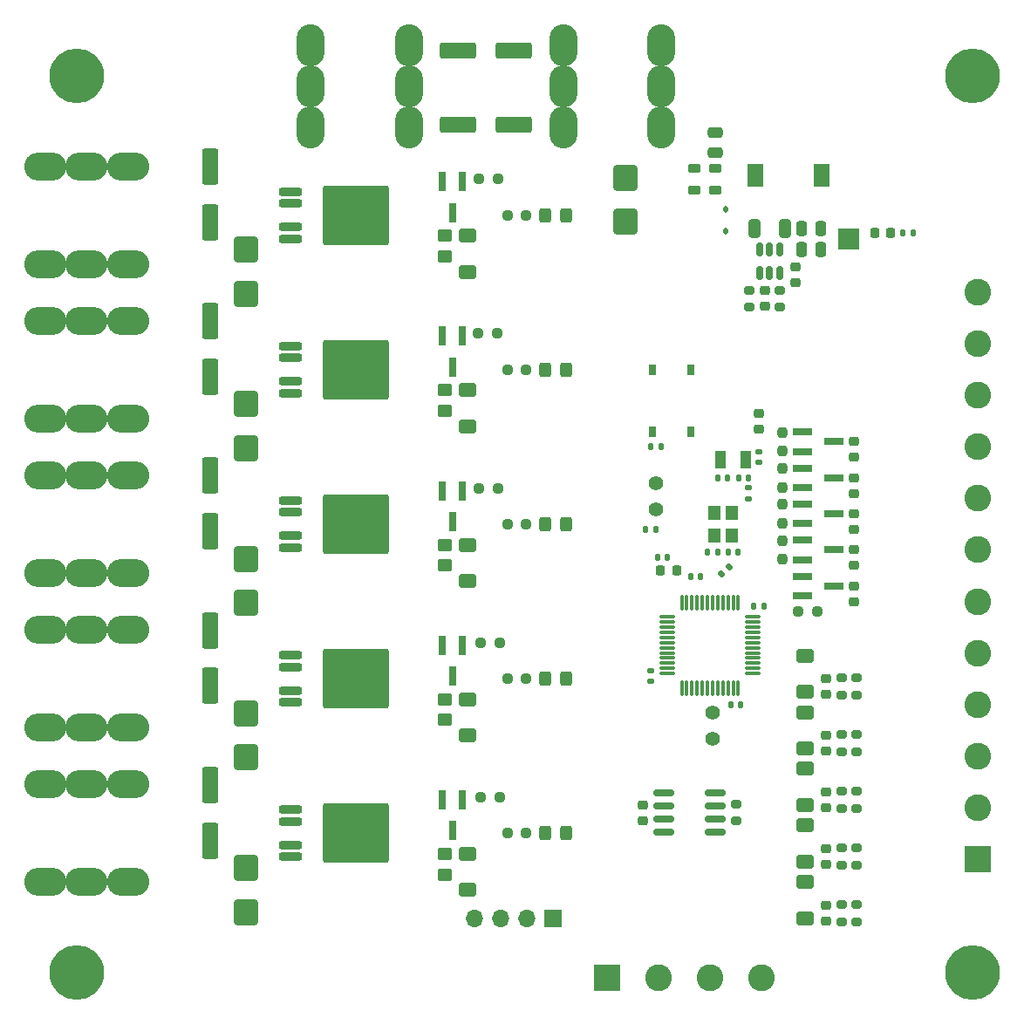
<source format=gbr>
%TF.GenerationSoftware,KiCad,Pcbnew,7.0.5-0*%
%TF.CreationDate,2023-07-18T00:38:14+02:00*%
%TF.ProjectId,buslight,6275736c-6967-4687-942e-6b696361645f,rev?*%
%TF.SameCoordinates,Original*%
%TF.FileFunction,Soldermask,Top*%
%TF.FilePolarity,Negative*%
%FSLAX46Y46*%
G04 Gerber Fmt 4.6, Leading zero omitted, Abs format (unit mm)*
G04 Created by KiCad (PCBNEW 7.0.5-0) date 2023-07-18 00:38:14*
%MOMM*%
%LPD*%
G01*
G04 APERTURE LIST*
G04 Aperture macros list*
%AMRoundRect*
0 Rectangle with rounded corners*
0 $1 Rounding radius*
0 $2 $3 $4 $5 $6 $7 $8 $9 X,Y pos of 4 corners*
0 Add a 4 corners polygon primitive as box body*
4,1,4,$2,$3,$4,$5,$6,$7,$8,$9,$2,$3,0*
0 Add four circle primitives for the rounded corners*
1,1,$1+$1,$2,$3*
1,1,$1+$1,$4,$5*
1,1,$1+$1,$6,$7*
1,1,$1+$1,$8,$9*
0 Add four rect primitives between the rounded corners*
20,1,$1+$1,$2,$3,$4,$5,0*
20,1,$1+$1,$4,$5,$6,$7,0*
20,1,$1+$1,$6,$7,$8,$9,0*
20,1,$1+$1,$8,$9,$2,$3,0*%
G04 Aperture macros list end*
%ADD10RoundRect,0.200000X0.275000X-0.200000X0.275000X0.200000X-0.275000X0.200000X-0.275000X-0.200000X0*%
%ADD11RoundRect,0.250000X0.600000X-0.400000X0.600000X0.400000X-0.600000X0.400000X-0.600000X-0.400000X0*%
%ADD12R,1.500000X2.200000*%
%ADD13R,1.900000X0.800000*%
%ADD14RoundRect,0.250000X-0.450000X0.350000X-0.450000X-0.350000X0.450000X-0.350000X0.450000X0.350000X0*%
%ADD15RoundRect,0.250000X-0.325000X-0.450000X0.325000X-0.450000X0.325000X0.450000X-0.325000X0.450000X0*%
%ADD16RoundRect,0.250000X-0.600000X0.400000X-0.600000X-0.400000X0.600000X-0.400000X0.600000X0.400000X0*%
%ADD17RoundRect,0.250000X0.550000X-1.500000X0.550000X1.500000X-0.550000X1.500000X-0.550000X-1.500000X0*%
%ADD18R,2.600000X2.600000*%
%ADD19C,2.600000*%
%ADD20RoundRect,0.075000X-0.075000X0.662500X-0.075000X-0.662500X0.075000X-0.662500X0.075000X0.662500X0*%
%ADD21RoundRect,0.075000X-0.662500X0.075000X-0.662500X-0.075000X0.662500X-0.075000X0.662500X0.075000X0*%
%ADD22RoundRect,0.250000X-1.500000X-0.550000X1.500000X-0.550000X1.500000X0.550000X-1.500000X0.550000X0*%
%ADD23RoundRect,0.135000X-0.135000X-0.185000X0.135000X-0.185000X0.135000X0.185000X-0.135000X0.185000X0*%
%ADD24C,5.300000*%
%ADD25RoundRect,0.135000X-0.035355X0.226274X-0.226274X0.035355X0.035355X-0.226274X0.226274X-0.035355X0*%
%ADD26RoundRect,0.225000X0.250000X-0.225000X0.250000X0.225000X-0.250000X0.225000X-0.250000X-0.225000X0*%
%ADD27R,1.200000X1.400000*%
%ADD28R,2.000000X2.000000*%
%ADD29RoundRect,0.140000X-0.140000X-0.170000X0.140000X-0.170000X0.140000X0.170000X-0.140000X0.170000X0*%
%ADD30RoundRect,0.237500X-0.237500X0.250000X-0.237500X-0.250000X0.237500X-0.250000X0.237500X0.250000X0*%
%ADD31RoundRect,0.140000X0.140000X0.170000X-0.140000X0.170000X-0.140000X-0.170000X0.140000X-0.170000X0*%
%ADD32R,0.800000X1.900000*%
%ADD33RoundRect,0.150000X-0.150000X0.512500X-0.150000X-0.512500X0.150000X-0.512500X0.150000X0.512500X0*%
%ADD34RoundRect,0.250000X-0.900000X1.000000X-0.900000X-1.000000X0.900000X-1.000000X0.900000X1.000000X0*%
%ADD35O,4.100000X2.700000*%
%ADD36RoundRect,0.200000X-0.275000X0.200000X-0.275000X-0.200000X0.275000X-0.200000X0.275000X0.200000X0*%
%ADD37RoundRect,0.112500X0.112500X-0.187500X0.112500X0.187500X-0.112500X0.187500X-0.112500X-0.187500X0*%
%ADD38RoundRect,0.250000X0.475000X-0.250000X0.475000X0.250000X-0.475000X0.250000X-0.475000X-0.250000X0*%
%ADD39RoundRect,0.218750X0.381250X-0.218750X0.381250X0.218750X-0.381250X0.218750X-0.381250X-0.218750X0*%
%ADD40RoundRect,0.237500X-0.250000X-0.237500X0.250000X-0.237500X0.250000X0.237500X-0.250000X0.237500X0*%
%ADD41RoundRect,0.250000X-0.325000X-0.650000X0.325000X-0.650000X0.325000X0.650000X-0.325000X0.650000X0*%
%ADD42RoundRect,0.200000X-0.900000X-0.200000X0.900000X-0.200000X0.900000X0.200000X-0.900000X0.200000X0*%
%ADD43RoundRect,0.249997X-2.950003X-2.650003X2.950003X-2.650003X2.950003X2.650003X-2.950003X2.650003X0*%
%ADD44RoundRect,0.250000X0.250000X0.475000X-0.250000X0.475000X-0.250000X-0.475000X0.250000X-0.475000X0*%
%ADD45RoundRect,0.140000X0.170000X-0.140000X0.170000X0.140000X-0.170000X0.140000X-0.170000X-0.140000X0*%
%ADD46RoundRect,0.225000X-0.250000X0.225000X-0.250000X-0.225000X0.250000X-0.225000X0.250000X0.225000X0*%
%ADD47R,1.700000X1.700000*%
%ADD48O,1.700000X1.700000*%
%ADD49R,0.750000X1.000000*%
%ADD50C,1.400000*%
%ADD51RoundRect,0.237500X0.250000X0.237500X-0.250000X0.237500X-0.250000X-0.237500X0.250000X-0.237500X0*%
%ADD52RoundRect,0.218750X0.218750X0.256250X-0.218750X0.256250X-0.218750X-0.256250X0.218750X-0.256250X0*%
%ADD53RoundRect,0.135000X-0.185000X0.135000X-0.185000X-0.135000X0.185000X-0.135000X0.185000X0.135000X0*%
%ADD54O,2.700000X4.100000*%
%ADD55RoundRect,0.218750X0.256250X-0.218750X0.256250X0.218750X-0.256250X0.218750X-0.256250X-0.218750X0*%
%ADD56RoundRect,0.150000X-0.825000X-0.150000X0.825000X-0.150000X0.825000X0.150000X-0.825000X0.150000X0*%
%ADD57RoundRect,0.218750X-0.381250X0.218750X-0.381250X-0.218750X0.381250X-0.218750X0.381250X0.218750X0*%
%ADD58R,1.000000X1.800000*%
G04 APERTURE END LIST*
D10*
%TO.C,R28*%
X105750000Y-105575000D03*
X105750000Y-103925000D03*
%TD*%
D11*
%TO.C,D24*%
X102250000Y-110750000D03*
X102250000Y-107250000D03*
%TD*%
D12*
%TO.C,L1*%
X97400000Y-38600000D03*
X103800000Y-38600000D03*
%TD*%
D13*
%TO.C,Q3*%
X102000000Y-70550000D03*
X102000000Y-72450000D03*
X105000000Y-71500000D03*
%TD*%
D14*
%TO.C,R141*%
X67250000Y-89500000D03*
X67250000Y-91500000D03*
%TD*%
D15*
%TO.C,D121*%
X76975000Y-57500000D03*
X79025000Y-57500000D03*
%TD*%
D10*
%TO.C,R26*%
X105750000Y-94575000D03*
X105750000Y-92925000D03*
%TD*%
D16*
%TO.C,D122*%
X69500000Y-59500000D03*
X69500000Y-63000000D03*
%TD*%
D17*
%TO.C,C150*%
X44500000Y-103200000D03*
X44500000Y-97800000D03*
%TD*%
D13*
%TO.C,Q2*%
X102000000Y-67050000D03*
X102000000Y-68950000D03*
X105000000Y-68000000D03*
%TD*%
D18*
%TO.C,J9*%
X83000000Y-116500000D03*
D19*
X88000000Y-116500000D03*
X93000000Y-116500000D03*
X98000000Y-116500000D03*
%TD*%
D20*
%TO.C,U2*%
X95750000Y-80087500D03*
X95250000Y-80087500D03*
X94750000Y-80087500D03*
X94250000Y-80087500D03*
X93750000Y-80087500D03*
X93250000Y-80087500D03*
X92750000Y-80087500D03*
X92250000Y-80087500D03*
X91750000Y-80087500D03*
X91250000Y-80087500D03*
X90750000Y-80087500D03*
X90250000Y-80087500D03*
D21*
X88837500Y-81500000D03*
X88837500Y-82000000D03*
X88837500Y-82500000D03*
X88837500Y-83000000D03*
X88837500Y-83500000D03*
X88837500Y-84000000D03*
X88837500Y-84500000D03*
X88837500Y-85000000D03*
X88837500Y-85500000D03*
X88837500Y-86000000D03*
X88837500Y-86500000D03*
X88837500Y-87000000D03*
D20*
X90250000Y-88412500D03*
X90750000Y-88412500D03*
X91250000Y-88412500D03*
X91750000Y-88412500D03*
X92250000Y-88412500D03*
X92750000Y-88412500D03*
X93250000Y-88412500D03*
X93750000Y-88412500D03*
X94250000Y-88412500D03*
X94750000Y-88412500D03*
X95250000Y-88412500D03*
X95750000Y-88412500D03*
D21*
X97162500Y-87000000D03*
X97162500Y-86500000D03*
X97162500Y-86000000D03*
X97162500Y-85500000D03*
X97162500Y-85000000D03*
X97162500Y-84500000D03*
X97162500Y-84000000D03*
X97162500Y-83500000D03*
X97162500Y-83000000D03*
X97162500Y-82500000D03*
X97162500Y-82000000D03*
X97162500Y-81500000D03*
%TD*%
D11*
%TO.C,D20*%
X102250000Y-88750000D03*
X102250000Y-85250000D03*
%TD*%
D22*
%TO.C,C1*%
X68550000Y-26500000D03*
X73950000Y-26500000D03*
%TD*%
D23*
%TO.C,R3*%
X111730000Y-44250000D03*
X112750000Y-44250000D03*
%TD*%
D24*
%TO.C,H3*%
X31500000Y-116000000D03*
%TD*%
D10*
%TO.C,R31*%
X107250000Y-94575000D03*
X107250000Y-92925000D03*
%TD*%
D25*
%TO.C,R10*%
X94860624Y-76639376D03*
X94139376Y-77360624D03*
%TD*%
D26*
%TO.C,C28*%
X104250000Y-105525000D03*
X104250000Y-103975000D03*
%TD*%
D22*
%TO.C,C2*%
X68550000Y-33750000D03*
X73950000Y-33750000D03*
%TD*%
D15*
%TO.C,D151*%
X76975000Y-102500000D03*
X79025000Y-102500000D03*
%TD*%
D27*
%TO.C,Y1*%
X95100000Y-73600000D03*
X95100000Y-71400000D03*
X93400000Y-71400000D03*
X93400000Y-73600000D03*
%TD*%
D28*
%TO.C,TP1*%
X106500000Y-44800000D03*
%TD*%
D29*
%TO.C,C19*%
X87270000Y-65000000D03*
X88230000Y-65000000D03*
%TD*%
D30*
%TO.C,R22*%
X100000000Y-70587500D03*
X100000000Y-72412500D03*
%TD*%
D31*
%TO.C,C17*%
X96730000Y-68000000D03*
X95770000Y-68000000D03*
%TD*%
D32*
%TO.C,Q120*%
X68950000Y-54250000D03*
X67050000Y-54250000D03*
X68000000Y-57250000D03*
%TD*%
D10*
%TO.C,R27*%
X105750000Y-100075000D03*
X105750000Y-98425000D03*
%TD*%
D33*
%TO.C,U5*%
X99750000Y-45862500D03*
X98800000Y-45862500D03*
X97850000Y-45862500D03*
X97850000Y-48137500D03*
X98800000Y-48137500D03*
X99750000Y-48137500D03*
%TD*%
D34*
%TO.C,D130*%
X48000000Y-75850000D03*
X48000000Y-80150000D03*
%TD*%
D24*
%TO.C,H2*%
X118500000Y-29000000D03*
%TD*%
D34*
%TO.C,D110*%
X48000000Y-45850000D03*
X48000000Y-50150000D03*
%TD*%
D17*
%TO.C,C140*%
X44500000Y-88200000D03*
X44500000Y-82800000D03*
%TD*%
D15*
%TO.C,D141*%
X76975000Y-87500000D03*
X79025000Y-87500000D03*
%TD*%
D35*
%TO.C,J6*%
X28500000Y-107250000D03*
X32500000Y-107250000D03*
X36500000Y-107250000D03*
X28500000Y-97750000D03*
X32500000Y-97750000D03*
X36500000Y-97750000D03*
%TD*%
D36*
%TO.C,R12*%
X95500000Y-99675000D03*
X95500000Y-101325000D03*
%TD*%
D37*
%TO.C,D2*%
X94500000Y-44050000D03*
X94500000Y-41950000D03*
%TD*%
D38*
%TO.C,C3*%
X93500000Y-36400000D03*
X93500000Y-34500000D03*
%TD*%
D35*
%TO.C,J5*%
X28500000Y-92250000D03*
X32500000Y-92250000D03*
X36500000Y-92250000D03*
X28500000Y-82750000D03*
X32500000Y-82750000D03*
X36500000Y-82750000D03*
%TD*%
D17*
%TO.C,C110*%
X44500000Y-43200000D03*
X44500000Y-37800000D03*
%TD*%
D30*
%TO.C,R20*%
X100000000Y-63587500D03*
X100000000Y-65412500D03*
%TD*%
D39*
%TO.C,FB1*%
X91500000Y-40062500D03*
X91500000Y-37937500D03*
%TD*%
D26*
%TO.C,C23*%
X107000000Y-76525000D03*
X107000000Y-74975000D03*
%TD*%
D10*
%TO.C,R25*%
X105750000Y-89075000D03*
X105750000Y-87425000D03*
%TD*%
D26*
%TO.C,C27*%
X104250000Y-100025000D03*
X104250000Y-98475000D03*
%TD*%
D30*
%TO.C,R23*%
X100000000Y-74087500D03*
X100000000Y-75912500D03*
%TD*%
D40*
%TO.C,R152*%
X70750000Y-99000000D03*
X72575000Y-99000000D03*
%TD*%
D23*
%TO.C,R13*%
X86740000Y-73000000D03*
X87760000Y-73000000D03*
%TD*%
D41*
%TO.C,C6*%
X97325000Y-43800000D03*
X100275000Y-43800000D03*
%TD*%
D42*
%TO.C,U110*%
X52300000Y-40220000D03*
X52300000Y-41360000D03*
D43*
X58600000Y-42500000D03*
D42*
X52300000Y-43640000D03*
X52300000Y-44780000D03*
%TD*%
D26*
%TO.C,C21*%
X107000000Y-69525000D03*
X107000000Y-67975000D03*
%TD*%
D32*
%TO.C,Q110*%
X68950000Y-39250000D03*
X67050000Y-39250000D03*
X68000000Y-42250000D03*
%TD*%
D31*
%TO.C,C11*%
X95980000Y-90000000D03*
X95020000Y-90000000D03*
%TD*%
D35*
%TO.C,J3*%
X28500000Y-47250000D03*
X32500000Y-47250000D03*
X36500000Y-47250000D03*
X28500000Y-37750000D03*
X32500000Y-37750000D03*
X36500000Y-37750000D03*
%TD*%
D14*
%TO.C,R151*%
X67250000Y-104500000D03*
X67250000Y-106500000D03*
%TD*%
D42*
%TO.C,U120*%
X52300000Y-55220000D03*
X52300000Y-56360000D03*
D43*
X58600000Y-57500000D03*
D42*
X52300000Y-58640000D03*
X52300000Y-59780000D03*
%TD*%
D34*
%TO.C,D120*%
X48000000Y-60850000D03*
X48000000Y-65150000D03*
%TD*%
D26*
%TO.C,C26*%
X104250000Y-94525000D03*
X104250000Y-92975000D03*
%TD*%
D44*
%TO.C,C9*%
X103750000Y-45800000D03*
X101850000Y-45800000D03*
%TD*%
D40*
%TO.C,R120*%
X73337500Y-57500000D03*
X75162500Y-57500000D03*
%TD*%
D45*
%TO.C,C12*%
X87250000Y-87730000D03*
X87250000Y-86770000D03*
%TD*%
D13*
%TO.C,Q5*%
X102000000Y-77550000D03*
X102000000Y-79450000D03*
X105000000Y-78500000D03*
%TD*%
D46*
%TO.C,C7*%
X86500000Y-99725000D03*
X86500000Y-101275000D03*
%TD*%
D31*
%TO.C,C15*%
X95730000Y-75250000D03*
X94770000Y-75250000D03*
%TD*%
D14*
%TO.C,R121*%
X67250000Y-59500000D03*
X67250000Y-61500000D03*
%TD*%
D47*
%TO.C,J10*%
X77800000Y-110750000D03*
D48*
X75260000Y-110750000D03*
X72720000Y-110750000D03*
X70180000Y-110750000D03*
%TD*%
D29*
%TO.C,C14*%
X87920000Y-75750000D03*
X88880000Y-75750000D03*
%TD*%
%TO.C,C18*%
X93770000Y-68000000D03*
X94730000Y-68000000D03*
%TD*%
D24*
%TO.C,H1*%
X31500000Y-29000000D03*
%TD*%
D15*
%TO.C,D111*%
X76975000Y-42500000D03*
X79025000Y-42500000D03*
%TD*%
D49*
%TO.C,SW2*%
X91125000Y-57500000D03*
X91125000Y-63500000D03*
X87375000Y-57500000D03*
X87375000Y-63500000D03*
%TD*%
D40*
%TO.C,R142*%
X70750000Y-84000000D03*
X72575000Y-84000000D03*
%TD*%
%TO.C,R150*%
X73337500Y-102500000D03*
X75162500Y-102500000D03*
%TD*%
D10*
%TO.C,R32*%
X107250000Y-100075000D03*
X107250000Y-98425000D03*
%TD*%
D50*
%TO.C,TP2*%
X93250000Y-90750000D03*
X93250000Y-93290000D03*
%TD*%
D51*
%TO.C,R24*%
X103412500Y-81000000D03*
X101587500Y-81000000D03*
%TD*%
D42*
%TO.C,U150*%
X52300000Y-100220000D03*
X52300000Y-101360000D03*
D43*
X58600000Y-102500000D03*
D42*
X52300000Y-103640000D03*
X52300000Y-104780000D03*
%TD*%
D16*
%TO.C,D132*%
X69500000Y-74500000D03*
X69500000Y-78000000D03*
%TD*%
D26*
%TO.C,C25*%
X104250000Y-89025000D03*
X104250000Y-87475000D03*
%TD*%
D52*
%TO.C,D9*%
X110537500Y-44250000D03*
X108962500Y-44250000D03*
%TD*%
D10*
%TO.C,R34*%
X107250000Y-111075000D03*
X107250000Y-109425000D03*
%TD*%
D11*
%TO.C,D22*%
X102250000Y-99750000D03*
X102250000Y-96250000D03*
%TD*%
D18*
%TO.C,J1*%
X119000000Y-105000000D03*
D19*
X119000000Y-100000000D03*
X119000000Y-95000000D03*
X119000000Y-90000000D03*
X119000000Y-85000000D03*
X119000000Y-80000000D03*
X119000000Y-75000000D03*
X119000000Y-70000000D03*
X119000000Y-65000000D03*
X119000000Y-60000000D03*
X119000000Y-55000000D03*
X119000000Y-50000000D03*
%TD*%
D11*
%TO.C,D21*%
X102250000Y-94250000D03*
X102250000Y-90750000D03*
%TD*%
D10*
%TO.C,R33*%
X107250000Y-105575000D03*
X107250000Y-103925000D03*
%TD*%
D34*
%TO.C,D1*%
X84750000Y-43150000D03*
X84750000Y-38850000D03*
%TD*%
D53*
%TO.C,R11*%
X96750000Y-68990000D03*
X96750000Y-70010000D03*
%TD*%
D24*
%TO.C,H4*%
X118500000Y-116000000D03*
%TD*%
D40*
%TO.C,R130*%
X73337500Y-72500000D03*
X75162500Y-72500000D03*
%TD*%
D35*
%TO.C,J4*%
X28500000Y-77250000D03*
X32500000Y-77250000D03*
X36500000Y-77250000D03*
X28500000Y-67750000D03*
X32500000Y-67750000D03*
X36500000Y-67750000D03*
%TD*%
D26*
%TO.C,C24*%
X107000000Y-80025000D03*
X107000000Y-78475000D03*
%TD*%
D46*
%TO.C,C5*%
X98300000Y-49825000D03*
X98300000Y-51375000D03*
%TD*%
D10*
%TO.C,R30*%
X107250000Y-89075000D03*
X107250000Y-87425000D03*
%TD*%
D30*
%TO.C,R21*%
X100000000Y-67087500D03*
X100000000Y-68912500D03*
%TD*%
D40*
%TO.C,R112*%
X70587500Y-39000000D03*
X72412500Y-39000000D03*
%TD*%
D32*
%TO.C,Q140*%
X68950000Y-84250000D03*
X67050000Y-84250000D03*
X68000000Y-87250000D03*
%TD*%
D16*
%TO.C,D142*%
X69500000Y-89500000D03*
X69500000Y-93000000D03*
%TD*%
D42*
%TO.C,U130*%
X52300000Y-70220000D03*
X52300000Y-71360000D03*
D43*
X58600000Y-72500000D03*
D42*
X52300000Y-73640000D03*
X52300000Y-74780000D03*
%TD*%
D29*
%TO.C,C13*%
X91120000Y-77600000D03*
X92080000Y-77600000D03*
%TD*%
D26*
%TO.C,C22*%
X107000000Y-73025000D03*
X107000000Y-71475000D03*
%TD*%
D40*
%TO.C,R110*%
X73337500Y-42500000D03*
X75162500Y-42500000D03*
%TD*%
D32*
%TO.C,Q150*%
X68950000Y-99250000D03*
X67050000Y-99250000D03*
X68000000Y-102250000D03*
%TD*%
D40*
%TO.C,R132*%
X70587500Y-69000000D03*
X72412500Y-69000000D03*
%TD*%
D17*
%TO.C,C130*%
X44500000Y-73200000D03*
X44500000Y-67800000D03*
%TD*%
D42*
%TO.C,U140*%
X52300000Y-85220000D03*
X52300000Y-86360000D03*
D43*
X58600000Y-87500000D03*
D42*
X52300000Y-88640000D03*
X52300000Y-89780000D03*
%TD*%
D44*
%TO.C,C8*%
X103750000Y-43800000D03*
X101850000Y-43800000D03*
%TD*%
D54*
%TO.C,J8*%
X78750000Y-26000000D03*
X78750000Y-30000000D03*
X78750000Y-34000000D03*
X88250000Y-26000000D03*
X88250000Y-30000000D03*
X88250000Y-34000000D03*
%TD*%
D55*
%TO.C,D3*%
X97750000Y-63287500D03*
X97750000Y-61712500D03*
%TD*%
D15*
%TO.C,D131*%
X76975000Y-72500000D03*
X79025000Y-72500000D03*
%TD*%
D35*
%TO.C,J2*%
X28500000Y-62250000D03*
X32500000Y-62250000D03*
X36500000Y-62250000D03*
X28500000Y-52750000D03*
X32500000Y-52750000D03*
X36500000Y-52750000D03*
%TD*%
D56*
%TO.C,U1*%
X88525000Y-98595000D03*
X88525000Y-99865000D03*
X88525000Y-101135000D03*
X88525000Y-102405000D03*
X93475000Y-102405000D03*
X93475000Y-101135000D03*
X93475000Y-99865000D03*
X93475000Y-98595000D03*
%TD*%
D40*
%TO.C,R122*%
X70500000Y-54000000D03*
X72325000Y-54000000D03*
%TD*%
%TO.C,R140*%
X73337500Y-87500000D03*
X75162500Y-87500000D03*
%TD*%
D34*
%TO.C,D140*%
X48000000Y-90850000D03*
X48000000Y-95150000D03*
%TD*%
D36*
%TO.C,R2*%
X96800000Y-49775000D03*
X96800000Y-51425000D03*
%TD*%
D50*
%TO.C,TP3*%
X87750000Y-68500000D03*
X87750000Y-71040000D03*
%TD*%
D26*
%TO.C,C29*%
X104250000Y-111025000D03*
X104250000Y-109475000D03*
%TD*%
D29*
%TO.C,C16*%
X92770000Y-75250000D03*
X93730000Y-75250000D03*
%TD*%
D11*
%TO.C,D23*%
X102250000Y-105250000D03*
X102250000Y-101750000D03*
%TD*%
D57*
%TO.C,FB2*%
X93500000Y-37937500D03*
X93500000Y-40062500D03*
%TD*%
D32*
%TO.C,Q130*%
X68950000Y-69250000D03*
X67050000Y-69250000D03*
X68000000Y-72250000D03*
%TD*%
D16*
%TO.C,D112*%
X69500000Y-44500000D03*
X69500000Y-48000000D03*
%TD*%
D26*
%TO.C,C4*%
X101300000Y-49075000D03*
X101300000Y-47525000D03*
%TD*%
D29*
%TO.C,C10*%
X97270000Y-80500000D03*
X98230000Y-80500000D03*
%TD*%
D10*
%TO.C,R1*%
X99800000Y-51425000D03*
X99800000Y-49775000D03*
%TD*%
D52*
%TO.C,FB3*%
X89787500Y-77000000D03*
X88212500Y-77000000D03*
%TD*%
D54*
%TO.C,J7*%
X54250000Y-26000000D03*
X54250000Y-30000000D03*
X54250000Y-34000000D03*
X63750000Y-26000000D03*
X63750000Y-30000000D03*
X63750000Y-34000000D03*
%TD*%
D58*
%TO.C,Y2*%
X96500000Y-66250000D03*
X94000000Y-66250000D03*
%TD*%
D46*
%TO.C,C20*%
X107000000Y-64475000D03*
X107000000Y-66025000D03*
%TD*%
D17*
%TO.C,C120*%
X44500000Y-58200000D03*
X44500000Y-52800000D03*
%TD*%
D14*
%TO.C,R131*%
X67250000Y-74500000D03*
X67250000Y-76500000D03*
%TD*%
D16*
%TO.C,D152*%
X69500000Y-104500000D03*
X69500000Y-108000000D03*
%TD*%
D10*
%TO.C,R29*%
X105750000Y-111075000D03*
X105750000Y-109425000D03*
%TD*%
D34*
%TO.C,D150*%
X48000000Y-105850000D03*
X48000000Y-110150000D03*
%TD*%
D14*
%TO.C,R111*%
X67250000Y-44500000D03*
X67250000Y-46500000D03*
%TD*%
D13*
%TO.C,Q4*%
X102000000Y-74050000D03*
X102000000Y-75950000D03*
X105000000Y-75000000D03*
%TD*%
D53*
%TO.C,R6*%
X97750000Y-65490000D03*
X97750000Y-66510000D03*
%TD*%
D13*
%TO.C,Q1*%
X102000000Y-63550000D03*
X102000000Y-65450000D03*
X105000000Y-64500000D03*
%TD*%
M02*

</source>
